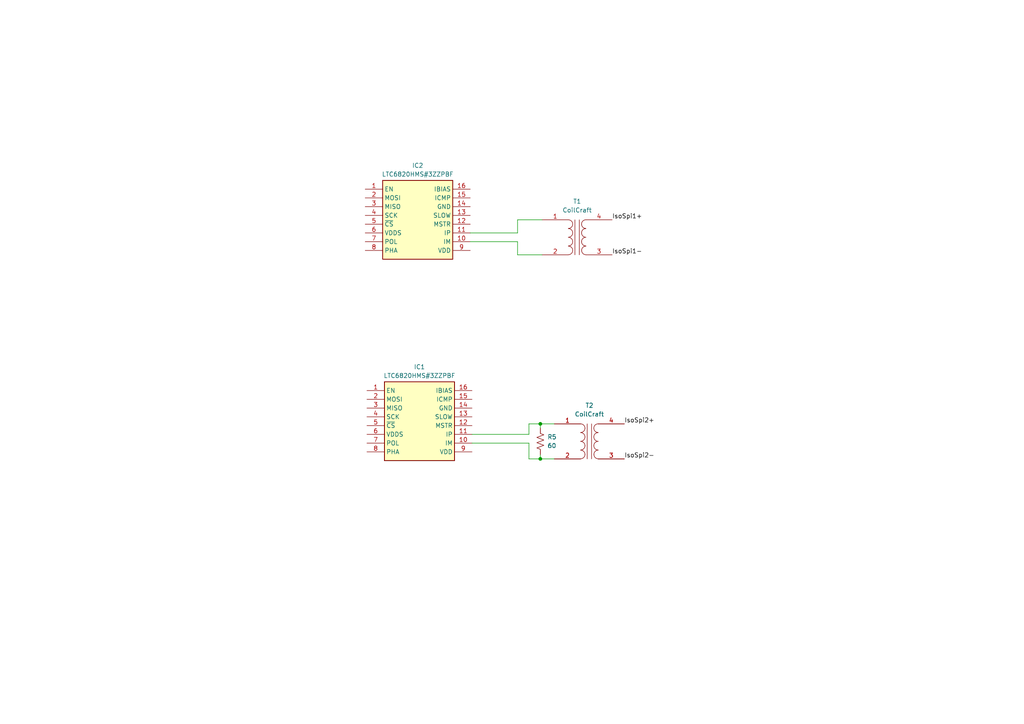
<source format=kicad_sch>
(kicad_sch (version 20230121) (generator eeschema)
  (paper "A4")
  (lib_symbols
    (symbol "AERO:LTC6820HMS#3ZZPBF"
      (property "Reference" "IC" (at 26.67 7.62 0))
      (property "Value" "LTC6820HMS#3ZZPBF" (at 26.67 5.08 0))
      (symbol "LTC6820HMS#3ZZPBF_1_1"
        (rectangle (start 5.08 2.54) (end 25.4 -20.32) (stroke (width 0.254)) (fill (type background)))
        (pin passive line (at 0 0 0) (length 5.08) (name "EN") (number "1"))
        (pin passive line (at 30.48 -15.24 180) (length 5.08) (name "IM") (number "10"))
        (pin passive line (at 30.48 -12.7 180) (length 5.08) (name "IP") (number "11"))
        (pin passive line (at 30.48 -10.16 180) (length 5.08) (name "MSTR") (number "12"))
        (pin passive line (at 30.48 -7.62 180) (length 5.08) (name "SLOW") (number "13"))
        (pin passive line (at 30.48 -5.08 180) (length 5.08) (name "GND") (number "14"))
        (pin passive line (at 30.48 -2.54 180) (length 5.08) (name "ICMP") (number "15"))
        (pin passive line (at 30.48 0 180) (length 5.08) (name "IBIAS") (number "16"))
        (pin passive line (at 0 -2.54 0) (length 5.08) (name "MOSI") (number "2"))
        (pin passive line (at 0 -5.08 0) (length 5.08) (name "MISO") (number "3"))
        (pin passive line (at 0 -7.62 0) (length 5.08) (name "SCK") (number "4"))
        (pin passive line (at 0 -10.16 0) (length 5.08) (name "~{CS}") (number "5"))
        (pin passive line (at 0 -12.7 0) (length 5.08) (name "VDDS") (number "6"))
        (pin passive line (at 0 -15.24 0) (length 5.08) (name "POL") (number "7"))
        (pin passive line (at 0 -17.78 0) (length 5.08) (name "PHA") (number "8"))
        (pin passive line (at 30.48 -17.78 180) (length 5.08) (name "VDD") (number "9"))
      )
    )
    (symbol "Device:R_US" (pin_numbers hide) (pin_names (offset 0))
      (property "Reference" "R" (at 2.54 0 90))
      (property "Value" "R_US" (at -2.54 0 90))
      (symbol "R_US_0_1"
        (polyline (pts (xy 0 -2.286) (xy 0 -2.54)))
        (polyline (pts (xy 0 2.286) (xy 0 2.54)))
        (polyline (pts (xy 0 -0.762) (xy 1.016 -1.143) (xy 0 -1.524) (xy -1.016 -1.905) (xy 0 -2.286)))
        (polyline (pts (xy 0 0.762) (xy 1.016 0.381) (xy 0 0) (xy -1.016 -0.381) (xy 0 -0.762)))
        (polyline (pts (xy 0 2.286) (xy 1.016 1.905) (xy 0 1.524) (xy -1.016 1.143) (xy 0 0.762)))
      )
      (symbol "R_US_1_1"
        (pin passive line (at 0 3.81 270) (length 1.27) (name "~") (number "1"))
        (pin passive line (at 0 -3.81 90) (length 1.27) (name "~") (number "2"))
      )
    )
    (symbol "Device:Transformer_1P_1S" (pin_names (offset 1.016) hide)
      (property "Reference" "T" (at 0 6.35 0))
      (property "Value" "Transformer_1P_1S" (at 0 -7.62 0))
      (symbol "Transformer_1P_1S_0_1"
        (arc (start -2.54 -5.0546) (mid -1.6599 -4.6901) (end -1.27 -3.81))
        (arc (start -2.54 -2.5146) (mid -1.6599 -2.1501) (end -1.27 -1.27))
        (arc (start -2.54 0.0254) (mid -1.6599 0.3899) (end -1.27 1.27))
        (arc (start -2.54 2.5654) (mid -1.6599 2.9299) (end -1.27 3.81))
        (arc (start -1.27 -3.81) (mid -1.642 -2.912) (end -2.54 -2.54))
        (arc (start -1.27 -1.27) (mid -1.642 -0.372) (end -2.54 0))
        (arc (start -1.27 1.27) (mid -1.642 2.168) (end -2.54 2.54))
        (arc (start -1.27 3.81) (mid -1.642 4.708) (end -2.54 5.08))
        (polyline (pts (xy -0.635 5.08) (xy -0.635 -5.08)))
        (polyline (pts (xy 0.635 -5.08) (xy 0.635 5.08)))
        (arc (start 1.2954 -1.27) (mid 1.6599 -2.1501) (end 2.54 -2.5146))
        (arc (start 1.2954 1.27) (mid 1.6599 0.3899) (end 2.54 0.0254))
        (arc (start 1.2954 3.81) (mid 1.6599 2.9299) (end 2.54 2.5654))
        (arc (start 1.3208 -3.81) (mid 1.6853 -4.6901) (end 2.5654 -5.0546))
        (arc (start 2.54 0) (mid 1.642 -0.372) (end 1.2954 -1.27))
        (arc (start 2.54 2.54) (mid 1.642 2.168) (end 1.2954 1.27))
        (arc (start 2.54 5.08) (mid 1.642 4.708) (end 1.2954 3.81))
        (arc (start 2.5654 -2.54) (mid 1.6674 -2.912) (end 1.3208 -3.81))
      )
      (symbol "Transformer_1P_1S_1_1"
        (pin passive line (at -10.16 5.08 0) (length 7.62) (name "AA") (number "1"))
        (pin passive line (at -10.16 -5.08 0) (length 7.62) (name "AB") (number "2"))
        (pin passive line (at 10.16 -5.08 180) (length 7.62) (name "SA") (number "3"))
        (pin passive line (at 10.16 5.08 180) (length 7.62) (name "SB") (number "4"))
      )
    )
  )
  (junction (at 156.718 122.936))
  (junction (at 156.718 133.096))
  (wire (pts (xy 150.114 67.564) (xy 150.114 63.754)))
  (wire (pts (xy 153.416 133.096) (xy 153.416 128.524)))
  (wire (pts (xy 156.718 122.936) (xy 160.782 122.936)))
  (wire (pts (xy 157.226 73.914) (xy 150.114 73.914)))
  (wire (pts (xy 153.416 128.524) (xy 136.906 128.524)))
  (wire (pts (xy 150.114 73.914) (xy 150.114 70.104)))
  (wire (pts (xy 153.416 122.936) (xy 156.718 122.936)))
  (wire (pts (xy 156.718 131.826) (xy 156.718 133.096)))
  (wire (pts (xy 153.416 133.096) (xy 156.718 133.096)))
  (wire (pts (xy 136.398 67.564) (xy 150.114 67.564)))
  (wire (pts (xy 150.114 63.754) (xy 157.226 63.754)))
  (wire (pts (xy 156.718 124.206) (xy 156.718 122.936)))
  (wire (pts (xy 150.114 70.104) (xy 136.398 70.104)))
  (wire (pts (xy 153.416 125.984) (xy 136.906 125.984)))
  (wire (pts (xy 153.416 122.936) (xy 153.416 125.984)))
  (wire (pts (xy 156.718 133.096) (xy 160.782 133.096)))
  (label "IsoSpi1+" (at 177.546 63.754 0))
  (label "IsoSpi2-" (at 181.102 133.096 0))
  (label "IsoSpi2+" (at 181.102 122.936 0))
  (label "IsoSpi1-" (at 177.546 73.914 0))
  (symbol (lib_id "AERO:LTC6820HMS#3ZZPBF") (at 106.426 113.284 0) (unit 1)
    (property "Reference" "IC1" (at 121.666 106.426 0))
    (property "Value" "LTC6820HMS#3ZZPBF" (at 121.666 108.966 0))
    (property "Footprint" "SOP50P490X110-16N" (effects hide))
    (property "Datasheet" "https://www.analog.com/media/en/technical-documentation/data-sheets/LTC6820.pdf" (effects hide))
    (property "Height" "1.1" (effects hide))
    (property "Manufacturer_Name" "Analog Devices" (effects hide))
    (property "Manufacturer_Part_Number" "LTC6820HMS#3ZZPBF" (effects hide))
    (property "Mouser Part Number" "584-6820HMS#3ZZPB" (effects hide))
    (property "Mouser Price/Stock" "https://www.mouser.co.uk/ProductDetail/Analog-Devices/LTC6820HMS3ZZPBF?qs=byeeYqUIh0PVRI5fl%252BKPig%3D%3D" (effects hide))
    (property "Arrow Part Number" "LTC6820HMS#3ZZPBF" (effects hide))
    (property "Arrow Price/Stock" "https://www.arrow.com/en/products/ltc6820hms3zzpbf/analog-devices?region=europe" (effects hide))
    (instances (project "PACman LV" (path "" (reference "IC1") (unit 1)) (path "" (reference "IC2") (unit 1))))
  )
  (symbol (lib_id "AERO:LTC6820HMS#3ZZPBF") (at 105.918 54.864 0) (unit 1)
    (property "Reference" "IC2" (at 121.158 48.006 0))
    (property "Value" "LTC6820HMS#3ZZPBF" (at 121.158 50.546 0))
    (property "Footprint" "SOP50P490X110-16N" (effects hide))
    (property "Datasheet" "https://www.analog.com/media/en/technical-documentation/data-sheets/LTC6820.pdf" (effects hide))
    (property "Height" "1.1" (effects hide))
    (property "Manufacturer_Name" "Analog Devices" (effects hide))
    (property "Manufacturer_Part_Number" "LTC6820HMS#3ZZPBF" (effects hide))
    (property "Mouser Part Number" "584-6820HMS#3ZZPB" (effects hide))
    (property "Mouser Price/Stock" "https://www.mouser.co.uk/ProductDetail/Analog-Devices/LTC6820HMS3ZZPBF?qs=byeeYqUIh0PVRI5fl%252BKPig%3D%3D" (effects hide))
    (property "Arrow Part Number" "LTC6820HMS#3ZZPBF" (effects hide))
    (property "Arrow Price/Stock" "https://www.arrow.com/en/products/ltc6820hms3zzpbf/analog-devices?region=europe" (effects hide))
    (instances (project "PACman LV" (path "" (reference "IC2") (unit 1)) (path "" (reference "IC1") (unit 1))))
  )
  (symbol (lib_id "Device:Transformer_1P_1S") (at 167.386 68.834 0) (unit 1)
    (property "Reference" "T1" (at 167.3987 58.42 0))
    (property "Value" "CoilCraft" (at 167.3987 60.96 0))
  )
  (symbol (lib_id "Device:Transformer_1P_1S") (at 170.942 128.016 0) (unit 1)
    (property "Reference" "T2" (at 170.9547 117.602 0))
    (property "Value" "CoilCraft" (at 170.9547 120.142 0))
  )
  (symbol (lib_id "Device:R_US") (at 156.718 128.016 0) (unit 1)
    (property "Reference" "R5" (at 158.75 126.746 0) (effects (justify left)))
    (property "Value" "60" (at 158.75 129.286 0) (effects (justify left)))
  )
)
</source>
